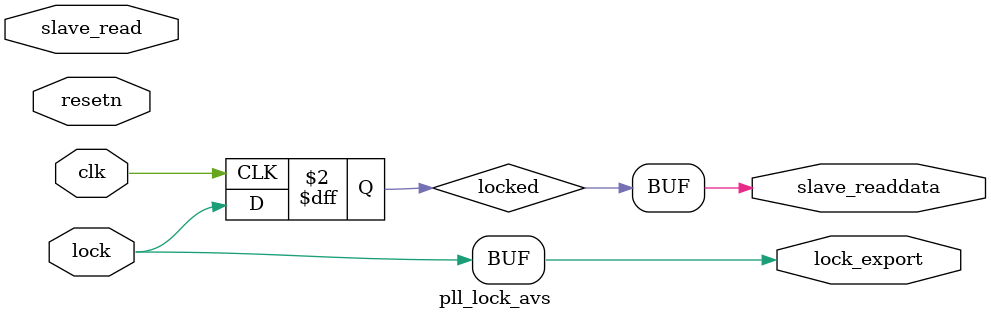
<source format=v>
module pll_lock_avs 
#( 
  parameter WIDTH=32
)
(
   input clk,
   input resetn,

   // Slave port
   input slave_read,
   output slave_readdata,

   input  lock,
   output lock_export
);

reg locked;
always@(posedge clk)
  locked <= lock;

assign slave_readdata = locked;
assign lock_export = lock;

endmodule


</source>
